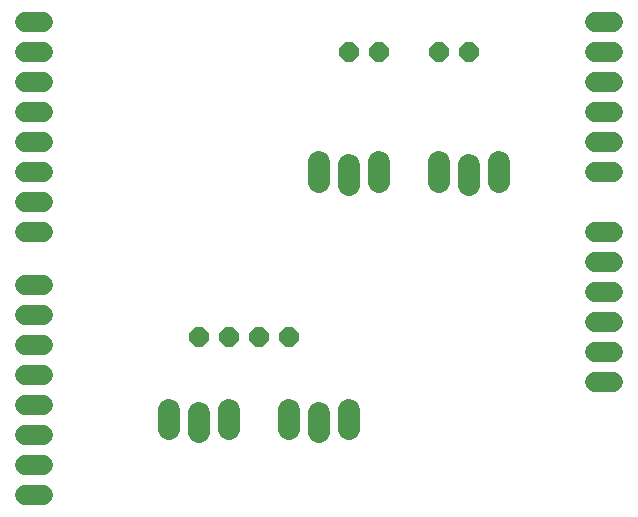
<source format=gts>
G75*
G70*
%OFA0B0*%
%FSLAX24Y24*%
%IPPOS*%
%LPD*%
%AMOC8*
5,1,8,0,0,1.08239X$1,22.5*
%
%ADD10OC8,0.0640*%
%ADD11C,0.0720*%
%ADD12C,0.0674*%
D10*
X006856Y006601D03*
X007856Y006601D03*
X008856Y006601D03*
X009856Y006601D03*
X011856Y016101D03*
X012856Y016101D03*
X014856Y016101D03*
X015856Y016101D03*
D11*
X014856Y012421D02*
X014856Y011781D01*
X015856Y011681D02*
X015856Y012321D01*
X016856Y012421D02*
X016856Y011781D01*
X012856Y011781D02*
X012856Y012421D01*
X011856Y012321D02*
X011856Y011681D01*
X010856Y011781D02*
X010856Y012421D01*
X009856Y004171D02*
X009856Y003531D01*
X010856Y003431D02*
X010856Y004071D01*
X011856Y004171D02*
X011856Y003531D01*
X007856Y003531D02*
X007856Y004171D01*
X006856Y004071D02*
X006856Y003431D01*
X005856Y003531D02*
X005856Y004171D01*
D12*
X001653Y001351D02*
X001059Y001351D01*
X001059Y002351D02*
X001653Y002351D01*
X001653Y003351D02*
X001059Y003351D01*
X001059Y004351D02*
X001653Y004351D01*
X001653Y005351D02*
X001059Y005351D01*
X001059Y006351D02*
X001653Y006351D01*
X001653Y007351D02*
X001059Y007351D01*
X001059Y008351D02*
X001653Y008351D01*
X001653Y010101D02*
X001059Y010101D01*
X001059Y011101D02*
X001653Y011101D01*
X001653Y012101D02*
X001059Y012101D01*
X001059Y013101D02*
X001653Y013101D01*
X001653Y014101D02*
X001059Y014101D01*
X001059Y015101D02*
X001653Y015101D01*
X001653Y016101D02*
X001059Y016101D01*
X001059Y017101D02*
X001653Y017101D01*
X020059Y017101D02*
X020653Y017101D01*
X020653Y016101D02*
X020059Y016101D01*
X020059Y015101D02*
X020653Y015101D01*
X020653Y014101D02*
X020059Y014101D01*
X020059Y013101D02*
X020653Y013101D01*
X020653Y012101D02*
X020059Y012101D01*
X020059Y010101D02*
X020653Y010101D01*
X020653Y009101D02*
X020059Y009101D01*
X020059Y008101D02*
X020653Y008101D01*
X020653Y007101D02*
X020059Y007101D01*
X020059Y006101D02*
X020653Y006101D01*
X020653Y005101D02*
X020059Y005101D01*
M02*

</source>
